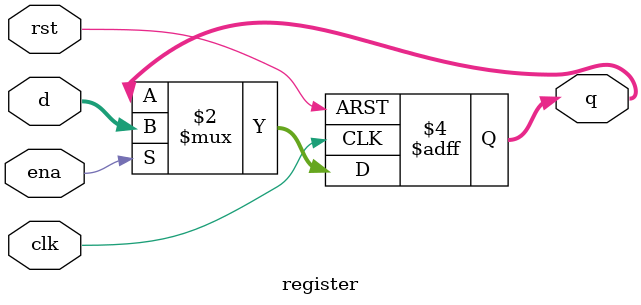
<source format=v>
/*------------------------------------------------------------------------
---- Module:  register                                                ----
---- Description: simple N bits register                              ----
---- Author/s:  Martín A. Heredia                                     ----
---- Last revision: Sep. 2023                                         ----
---- Dependencies:  None                                              ----
------------------------------------------------------------------------*/

module register
#(
    parameter N = 8
)
(
    input  wire              clk,
    input  wire [N-1:0]      d,
    input  wire              rst,
    input  wire              ena,
    output reg  [N-1:0]      q
);

always @ (posedge clk, posedge rst)
begin
    if(rst)
        q <= {N{1'b0}};
    else if(ena)
        q <= d;
end

endmodule
</source>
